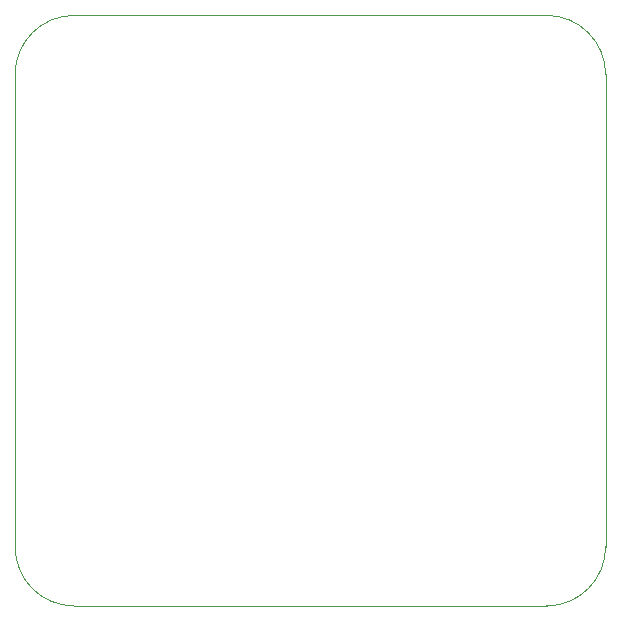
<source format=gm1>
G04 #@! TF.GenerationSoftware,KiCad,Pcbnew,(5.1.2)-2*
G04 #@! TF.CreationDate,2019-12-10T15:16:51+09:00*
G04 #@! TF.ProjectId,cap-sensor,6361702d-7365-46e7-936f-722e6b696361,rev?*
G04 #@! TF.SameCoordinates,Original*
G04 #@! TF.FileFunction,Profile,NP*
%FSLAX46Y46*%
G04 Gerber Fmt 4.6, Leading zero omitted, Abs format (unit mm)*
G04 Created by KiCad (PCBNEW (5.1.2)-2) date 2019-12-10 15:16:51*
%MOMM*%
%LPD*%
G04 APERTURE LIST*
%ADD10C,0.050000*%
G04 APERTURE END LIST*
D10*
X145000000Y-50000000D02*
G75*
G02X150000000Y-55000000I0J-5000000D01*
G01*
X150000000Y-95000000D02*
G75*
G02X145000000Y-100000000I-5000000J0D01*
G01*
X105000000Y-100000000D02*
G75*
G02X100000000Y-95000000I0J5000000D01*
G01*
X100000000Y-55000000D02*
G75*
G02X105000000Y-50000000I5000000J0D01*
G01*
X100000000Y-95000000D02*
X100000000Y-55000000D01*
X145000000Y-100000000D02*
X105000000Y-100000000D01*
X150000000Y-55000000D02*
X150000000Y-95000000D01*
X105000000Y-50000000D02*
X145000000Y-50000000D01*
M02*

</source>
